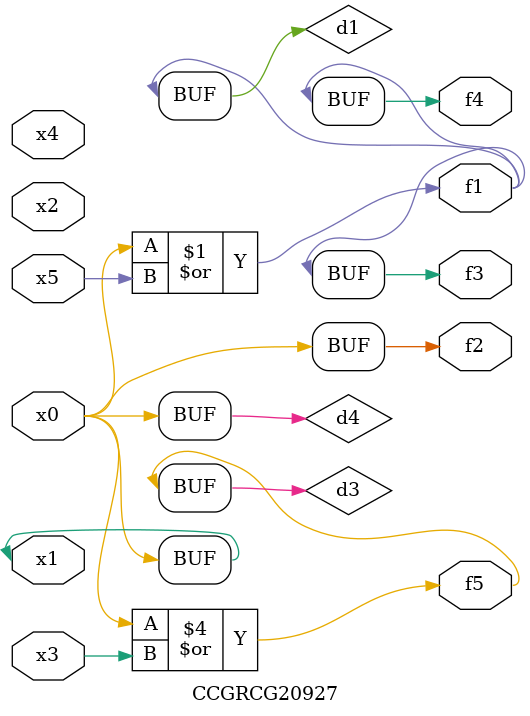
<source format=v>
module CCGRCG20927(
	input x0, x1, x2, x3, x4, x5,
	output f1, f2, f3, f4, f5
);

	wire d1, d2, d3, d4;

	or (d1, x0, x5);
	xnor (d2, x1, x4);
	or (d3, x0, x3);
	buf (d4, x0, x1);
	assign f1 = d1;
	assign f2 = d4;
	assign f3 = d1;
	assign f4 = d1;
	assign f5 = d3;
endmodule

</source>
